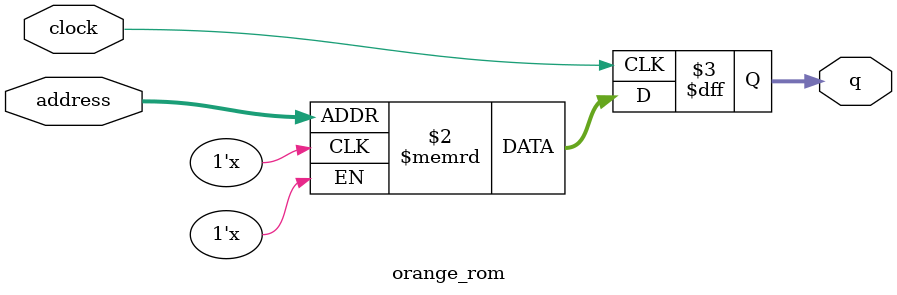
<source format=sv>
module orange_rom (
	input logic clock,
	input logic [11:0] address,
	output logic [7:0] q
);

logic [7:0] memory [0:3599] /* synthesis ram_init_file = "./orange/orange.mif" */;

always_ff @ (posedge clock) begin
	q <= memory[address];
end

endmodule

</source>
